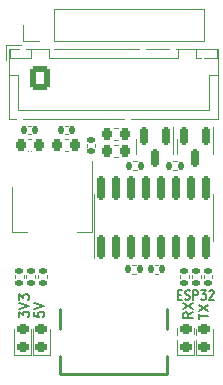
<source format=gbr>
%TF.GenerationSoftware,KiCad,Pcbnew,(6.0.0)*%
%TF.CreationDate,2022-08-06T00:01:37+02:00*%
%TF.ProjectId,bobby-flasher,626f6262-792d-4666-9c61-736865722e6b,rev?*%
%TF.SameCoordinates,Original*%
%TF.FileFunction,Legend,Top*%
%TF.FilePolarity,Positive*%
%FSLAX46Y46*%
G04 Gerber Fmt 4.6, Leading zero omitted, Abs format (unit mm)*
G04 Created by KiCad (PCBNEW (6.0.0)) date 2022-08-06 00:01:37*
%MOMM*%
%LPD*%
G01*
G04 APERTURE LIST*
G04 Aperture macros list*
%AMRoundRect*
0 Rectangle with rounded corners*
0 $1 Rounding radius*
0 $2 $3 $4 $5 $6 $7 $8 $9 X,Y pos of 4 corners*
0 Add a 4 corners polygon primitive as box body*
4,1,4,$2,$3,$4,$5,$6,$7,$8,$9,$2,$3,0*
0 Add four circle primitives for the rounded corners*
1,1,$1+$1,$2,$3*
1,1,$1+$1,$4,$5*
1,1,$1+$1,$6,$7*
1,1,$1+$1,$8,$9*
0 Add four rect primitives between the rounded corners*
20,1,$1+$1,$2,$3,$4,$5,0*
20,1,$1+$1,$4,$5,$6,$7,0*
20,1,$1+$1,$6,$7,$8,$9,0*
20,1,$1+$1,$8,$9,$2,$3,0*%
G04 Aperture macros list end*
%ADD10C,0.200000*%
%ADD11C,0.150000*%
%ADD12C,0.120000*%
%ADD13C,0.250000*%
%ADD14RoundRect,0.150000X-0.150000X0.587500X-0.150000X-0.587500X0.150000X-0.587500X0.150000X0.587500X0*%
%ADD15RoundRect,0.225000X0.225000X0.250000X-0.225000X0.250000X-0.225000X-0.250000X0.225000X-0.250000X0*%
%ADD16RoundRect,0.135000X-0.185000X0.135000X-0.185000X-0.135000X0.185000X-0.135000X0.185000X0.135000X0*%
%ADD17R,1.500000X2.000000*%
%ADD18R,3.800000X2.000000*%
%ADD19RoundRect,0.140000X-0.140000X-0.170000X0.140000X-0.170000X0.140000X0.170000X-0.140000X0.170000X0*%
%ADD20RoundRect,0.150000X0.150000X-0.825000X0.150000X0.825000X-0.150000X0.825000X-0.150000X-0.825000X0*%
%ADD21RoundRect,0.218750X0.256250X-0.218750X0.256250X0.218750X-0.256250X0.218750X-0.256250X-0.218750X0*%
%ADD22RoundRect,0.225000X-0.225000X-0.250000X0.225000X-0.250000X0.225000X0.250000X-0.225000X0.250000X0*%
%ADD23RoundRect,0.135000X0.135000X0.185000X-0.135000X0.185000X-0.135000X-0.185000X0.135000X-0.185000X0*%
%ADD24R,1.700000X1.700000*%
%ADD25O,1.700000X1.700000*%
%ADD26C,0.650000*%
%ADD27O,1.000000X2.100000*%
%ADD28O,1.000000X1.800000*%
%ADD29R,0.600000X1.150000*%
%ADD30R,0.300000X1.150000*%
%ADD31RoundRect,0.140000X-0.170000X0.140000X-0.170000X-0.140000X0.170000X-0.140000X0.170000X0.140000X0*%
%ADD32RoundRect,0.250000X-0.600000X-0.725000X0.600000X-0.725000X0.600000X0.725000X-0.600000X0.725000X0*%
%ADD33O,1.700000X1.950000*%
%ADD34RoundRect,0.140000X0.140000X0.170000X-0.140000X0.170000X-0.140000X-0.170000X0.140000X-0.170000X0*%
%ADD35RoundRect,0.135000X-0.135000X-0.185000X0.135000X-0.185000X0.135000X0.185000X-0.135000X0.185000X0*%
%ADD36C,0.500000*%
G04 APERTURE END LIST*
D10*
X-7982095Y-77655714D02*
X-7982095Y-77160476D01*
X-7677333Y-77427142D01*
X-7677333Y-77312857D01*
X-7639238Y-77236666D01*
X-7601142Y-77198571D01*
X-7524952Y-77160476D01*
X-7334476Y-77160476D01*
X-7258285Y-77198571D01*
X-7220190Y-77236666D01*
X-7182095Y-77312857D01*
X-7182095Y-77541428D01*
X-7220190Y-77617619D01*
X-7258285Y-77655714D01*
X-7982095Y-76931904D02*
X-7182095Y-76665238D01*
X-7982095Y-76398571D01*
X-7982095Y-76208095D02*
X-7982095Y-75712857D01*
X-7677333Y-75979523D01*
X-7677333Y-75865238D01*
X-7639238Y-75789047D01*
X-7601142Y-75750952D01*
X-7524952Y-75712857D01*
X-7334476Y-75712857D01*
X-7258285Y-75750952D01*
X-7220190Y-75789047D01*
X-7182095Y-75865238D01*
X-7182095Y-76093809D01*
X-7220190Y-76170000D01*
X-7258285Y-76208095D01*
X-6694095Y-77198571D02*
X-6694095Y-77579523D01*
X-6313142Y-77617619D01*
X-6351238Y-77579523D01*
X-6389333Y-77503333D01*
X-6389333Y-77312857D01*
X-6351238Y-77236666D01*
X-6313142Y-77198571D01*
X-6236952Y-77160476D01*
X-6046476Y-77160476D01*
X-5970285Y-77198571D01*
X-5932190Y-77236666D01*
X-5894095Y-77312857D01*
X-5894095Y-77503333D01*
X-5932190Y-77579523D01*
X-5970285Y-77617619D01*
X-6694095Y-76931904D02*
X-5894095Y-76665238D01*
X-6694095Y-76398571D01*
X6717904Y-77222380D02*
X6336952Y-77489047D01*
X6717904Y-77679523D02*
X5917904Y-77679523D01*
X5917904Y-77374761D01*
X5956000Y-77298571D01*
X5994095Y-77260476D01*
X6070285Y-77222380D01*
X6184571Y-77222380D01*
X6260761Y-77260476D01*
X6298857Y-77298571D01*
X6336952Y-77374761D01*
X6336952Y-77679523D01*
X5917904Y-76955714D02*
X6717904Y-76422380D01*
X5917904Y-76422380D02*
X6717904Y-76955714D01*
X7205904Y-77793809D02*
X7205904Y-77336666D01*
X8005904Y-77565238D02*
X7205904Y-77565238D01*
X7205904Y-77146190D02*
X8005904Y-76612857D01*
X7205904Y-76612857D02*
X8005904Y-77146190D01*
D11*
X5464166Y-75742857D02*
X5697500Y-75742857D01*
X5797500Y-76161904D02*
X5464166Y-76161904D01*
X5464166Y-75361904D01*
X5797500Y-75361904D01*
X6064166Y-76123809D02*
X6164166Y-76161904D01*
X6330833Y-76161904D01*
X6397500Y-76123809D01*
X6430833Y-76085714D01*
X6464166Y-76009523D01*
X6464166Y-75933333D01*
X6430833Y-75857142D01*
X6397500Y-75819047D01*
X6330833Y-75780952D01*
X6197500Y-75742857D01*
X6130833Y-75704761D01*
X6097500Y-75666666D01*
X6064166Y-75590476D01*
X6064166Y-75514285D01*
X6097500Y-75438095D01*
X6130833Y-75400000D01*
X6197500Y-75361904D01*
X6364166Y-75361904D01*
X6464166Y-75400000D01*
X6764166Y-76161904D02*
X6764166Y-75361904D01*
X7030833Y-75361904D01*
X7097500Y-75400000D01*
X7130833Y-75438095D01*
X7164166Y-75514285D01*
X7164166Y-75628571D01*
X7130833Y-75704761D01*
X7097500Y-75742857D01*
X7030833Y-75780952D01*
X6764166Y-75780952D01*
X7397500Y-75361904D02*
X7830833Y-75361904D01*
X7597500Y-75666666D01*
X7697500Y-75666666D01*
X7764166Y-75704761D01*
X7797500Y-75742857D01*
X7830833Y-75819047D01*
X7830833Y-76009523D01*
X7797500Y-76085714D01*
X7764166Y-76123809D01*
X7697500Y-76161904D01*
X7497500Y-76161904D01*
X7430833Y-76123809D01*
X7397500Y-76085714D01*
X8097500Y-75438095D02*
X8130833Y-75400000D01*
X8197500Y-75361904D01*
X8364166Y-75361904D01*
X8430833Y-75400000D01*
X8464166Y-75438095D01*
X8497500Y-75514285D01*
X8497500Y-75590476D01*
X8464166Y-75704761D01*
X8064166Y-76161904D01*
X8497500Y-76161904D01*
D12*
%TO.C,Q2*%
X5340000Y-63200000D02*
X5340000Y-63850000D01*
X5340000Y-63200000D02*
X5340000Y-62550000D01*
X8460000Y-63200000D02*
X8460000Y-63850000D01*
X8460000Y-63200000D02*
X8460000Y-61525000D01*
%TO.C,Q1*%
X1940000Y-63200000D02*
X1940000Y-63850000D01*
X1940000Y-63200000D02*
X1940000Y-62550000D01*
X5060000Y-63200000D02*
X5060000Y-63850000D01*
X5060000Y-63200000D02*
X5060000Y-61525000D01*
%TO.C,C8*%
X340580Y-62610000D02*
X59420Y-62610000D01*
X340580Y-61590000D02*
X59420Y-61590000D01*
%TO.C,R6*%
X-6620000Y-74046359D02*
X-6620000Y-74353641D01*
X-7380000Y-74046359D02*
X-7380000Y-74353641D01*
%TO.C,R2*%
X6620000Y-74046359D02*
X6620000Y-74353641D01*
X7380000Y-74046359D02*
X7380000Y-74353641D01*
%TO.C,U2*%
X-8610000Y-66650000D02*
X-8610000Y-70410000D01*
X-1790000Y-64400000D02*
X-1790000Y-70410000D01*
X-1790000Y-70410000D02*
X-3050000Y-70410000D01*
X-8610000Y-70410000D02*
X-7350000Y-70410000D01*
%TO.C,C3*%
X3542164Y-73240000D02*
X3757836Y-73240000D01*
X3542164Y-73960000D02*
X3757836Y-73960000D01*
%TO.C,U1*%
X8460000Y-69200000D02*
X8460000Y-71150000D01*
X8460000Y-69200000D02*
X8460000Y-67250000D01*
X-1660000Y-69200000D02*
X-1660000Y-67250000D01*
X-1660000Y-69200000D02*
X-1660000Y-72650000D01*
%TO.C,R8*%
X6380000Y-74046359D02*
X6380000Y-74353641D01*
X5620000Y-74046359D02*
X5620000Y-74353641D01*
%TO.C,D3*%
X5365000Y-78587500D02*
X5365000Y-80872500D01*
X6835000Y-80872500D02*
X6835000Y-78587500D01*
X5365000Y-80872500D02*
X6835000Y-80872500D01*
%TO.C,C2*%
X-7240580Y-62590000D02*
X-6959420Y-62590000D01*
X-7240580Y-63610000D02*
X-6959420Y-63610000D01*
%TO.C,R3*%
X1903641Y-73220000D02*
X1596359Y-73220000D01*
X1903641Y-73980000D02*
X1596359Y-73980000D01*
%TO.C,C1*%
X-7207836Y-62160000D02*
X-6992164Y-62160000D01*
X-7207836Y-61440000D02*
X-6992164Y-61440000D01*
%TO.C,C5*%
X-4140580Y-62590000D02*
X-3859420Y-62590000D01*
X-4140580Y-63610000D02*
X-3859420Y-63610000D01*
%TO.C,J2*%
X-6350000Y-54230000D02*
X-7680000Y-54230000D01*
X-7680000Y-54230000D02*
X-7680000Y-52900000D01*
X-5080000Y-51570000D02*
X7680000Y-51570000D01*
X7680000Y-54230000D02*
X7680000Y-51570000D01*
X-5080000Y-54230000D02*
X-5080000Y-51570000D01*
X-5080000Y-54230000D02*
X7680000Y-54230000D01*
%TO.C,D1*%
X-6835000Y-80885000D02*
X-5365000Y-80885000D01*
X-5365000Y-80885000D02*
X-5365000Y-78600000D01*
X-6835000Y-78600000D02*
X-6835000Y-80885000D01*
%TO.C,R9*%
X8380000Y-74046359D02*
X8380000Y-74353641D01*
X7620000Y-74046359D02*
X7620000Y-74353641D01*
D13*
%TO.C,USBC1*%
X-4570000Y-76950000D02*
X-4570000Y-78600000D01*
X-4570000Y-82480000D02*
X4570000Y-82480000D01*
X4570000Y-82480000D02*
X4570000Y-80950000D01*
X4570000Y-76950000D02*
X4570000Y-78600000D01*
X-4570000Y-80950000D02*
X-4570000Y-82480000D01*
D12*
%TO.C,R5*%
X5363641Y-65180000D02*
X5056359Y-65180000D01*
X5363641Y-64420000D02*
X5056359Y-64420000D01*
%TO.C,C4*%
X-1540000Y-62992164D02*
X-1540000Y-63207836D01*
X-2260000Y-62992164D02*
X-2260000Y-63207836D01*
%TO.C,D2*%
X-6965000Y-80885000D02*
X-6965000Y-78600000D01*
X-8435000Y-80885000D02*
X-6965000Y-80885000D01*
X-8435000Y-78600000D02*
X-8435000Y-80885000D01*
%TO.C,J3*%
X-5500000Y-54925000D02*
X-5500000Y-55675000D01*
X7000000Y-55675000D02*
X8800000Y-55675000D01*
X-8800000Y-54925000D02*
X-8800000Y-55675000D01*
X-7000000Y-55675000D02*
X-7000000Y-54925000D01*
X-7000000Y-54925000D02*
X-8800000Y-54925000D01*
X-8800000Y-55675000D02*
X-7000000Y-55675000D01*
X5500000Y-54925000D02*
X-5500000Y-54925000D01*
X8810000Y-54915000D02*
X-8810000Y-54915000D01*
X8800000Y-55675000D02*
X8800000Y-54925000D01*
X8810000Y-60885000D02*
X8810000Y-54915000D01*
X5500000Y-55675000D02*
X5500000Y-54925000D01*
X-8800000Y-57175000D02*
X-8050000Y-57175000D01*
X8800000Y-57175000D02*
X8050000Y-57175000D01*
X-8810000Y-54915000D02*
X-8810000Y-60885000D01*
X-9100000Y-54625000D02*
X-9100000Y-55875000D01*
X-8050000Y-60125000D02*
X0Y-60125000D01*
X8050000Y-57175000D02*
X8050000Y-60125000D01*
X8800000Y-54925000D02*
X7000000Y-54925000D01*
X7000000Y-54925000D02*
X7000000Y-55675000D01*
X-5500000Y-55675000D02*
X5500000Y-55675000D01*
X8050000Y-60125000D02*
X0Y-60125000D01*
X-8050000Y-57175000D02*
X-8050000Y-60125000D01*
X-8810000Y-60885000D02*
X8810000Y-60885000D01*
X-7850000Y-54625000D02*
X-9100000Y-54625000D01*
%TO.C,C7*%
X59420Y-63090000D02*
X340580Y-63090000D01*
X59420Y-64110000D02*
X340580Y-64110000D01*
%TO.C,C6*%
X-3892164Y-62160000D02*
X-4107836Y-62160000D01*
X-3892164Y-61440000D02*
X-4107836Y-61440000D01*
%TO.C,R4*%
X1646359Y-64420000D02*
X1953641Y-64420000D01*
X1646359Y-65180000D02*
X1953641Y-65180000D01*
%TO.C,D4*%
X6965000Y-80885000D02*
X8435000Y-80885000D01*
X8435000Y-80885000D02*
X8435000Y-78600000D01*
X6965000Y-78600000D02*
X6965000Y-80885000D01*
%TO.C,R7*%
X-7620000Y-74046359D02*
X-7620000Y-74353641D01*
X-8380000Y-74046359D02*
X-8380000Y-74353641D01*
%TO.C,R1*%
X-5620000Y-74046359D02*
X-5620000Y-74353641D01*
X-6380000Y-74046359D02*
X-6380000Y-74353641D01*
%TD*%
%LPC*%
D14*
%TO.C,Q2*%
X7850000Y-62262500D03*
X5950000Y-62262500D03*
X6900000Y-64137500D03*
%TD*%
%TO.C,Q1*%
X4450000Y-62262500D03*
X2550000Y-62262500D03*
X3500000Y-64137500D03*
%TD*%
D15*
%TO.C,C8*%
X975000Y-62100000D03*
X-575000Y-62100000D03*
%TD*%
D16*
%TO.C,R6*%
X-7000000Y-73690000D03*
X-7000000Y-74710000D03*
%TD*%
%TO.C,R2*%
X7000000Y-73690000D03*
X7000000Y-74710000D03*
%TD*%
D17*
%TO.C,U2*%
X-2900000Y-65350000D03*
X-5200000Y-65350000D03*
D18*
X-5200000Y-71650000D03*
D17*
X-7500000Y-65350000D03*
%TD*%
D19*
%TO.C,C3*%
X3170000Y-73600000D03*
X4130000Y-73600000D03*
%TD*%
D20*
%TO.C,U1*%
X-1045000Y-71675000D03*
X225000Y-71675000D03*
X1495000Y-71675000D03*
X2765000Y-71675000D03*
X4035000Y-71675000D03*
X5305000Y-71675000D03*
X6575000Y-71675000D03*
X7845000Y-71675000D03*
X7845000Y-66725000D03*
X6575000Y-66725000D03*
X5305000Y-66725000D03*
X4035000Y-66725000D03*
X2765000Y-66725000D03*
X1495000Y-66725000D03*
X225000Y-66725000D03*
X-1045000Y-66725000D03*
%TD*%
D16*
%TO.C,R8*%
X6000000Y-73690000D03*
X6000000Y-74710000D03*
%TD*%
D21*
%TO.C,D3*%
X6100000Y-80175000D03*
X6100000Y-78600000D03*
%TD*%
D22*
%TO.C,C2*%
X-7875000Y-63100000D03*
X-6325000Y-63100000D03*
%TD*%
D23*
%TO.C,R3*%
X2260000Y-73600000D03*
X1240000Y-73600000D03*
%TD*%
D19*
%TO.C,C1*%
X-7580000Y-61800000D03*
X-6620000Y-61800000D03*
%TD*%
D22*
%TO.C,C5*%
X-4775000Y-63100000D03*
X-3225000Y-63100000D03*
%TD*%
D24*
%TO.C,J2*%
X-6350000Y-52900000D03*
D25*
X-3810000Y-52900000D03*
X-1270000Y-52900000D03*
X1270000Y-52900000D03*
X3810000Y-52900000D03*
X6350000Y-52900000D03*
%TD*%
D21*
%TO.C,D1*%
X-6100000Y-80187500D03*
X-6100000Y-78612500D03*
%TD*%
D16*
%TO.C,R9*%
X8000000Y-73690000D03*
X8000000Y-74710000D03*
%TD*%
D26*
%TO.C,USBC1*%
X-2890000Y-76090000D03*
X2890000Y-76090000D03*
D27*
X-4320000Y-75590000D03*
D28*
X-4320000Y-79770000D03*
X4320000Y-79770000D03*
D27*
X4320000Y-75590000D03*
D29*
X-3200000Y-75030000D03*
X-2400000Y-75030000D03*
D30*
X-1250000Y-75030000D03*
X-250000Y-75030000D03*
X250000Y-75030000D03*
X1250000Y-75030000D03*
D29*
X3200000Y-75030000D03*
X2400000Y-75030000D03*
D30*
X1750000Y-75030000D03*
X750000Y-75030000D03*
X-750000Y-75030000D03*
X-1750000Y-75030000D03*
%TD*%
D23*
%TO.C,R5*%
X5720000Y-64800000D03*
X4700000Y-64800000D03*
%TD*%
D31*
%TO.C,C4*%
X-1900000Y-62620000D03*
X-1900000Y-63580000D03*
%TD*%
D21*
%TO.C,D2*%
X-7700000Y-80187500D03*
X-7700000Y-78612500D03*
%TD*%
D32*
%TO.C,J3*%
X-6250000Y-57375000D03*
D33*
X-3750000Y-57375000D03*
X-1250000Y-57375000D03*
X1250000Y-57375000D03*
X3750000Y-57375000D03*
X6250000Y-57375000D03*
%TD*%
D22*
%TO.C,C7*%
X975000Y-63600000D03*
X-575000Y-63600000D03*
%TD*%
D34*
%TO.C,C6*%
X-3520000Y-61800000D03*
X-4480000Y-61800000D03*
%TD*%
D35*
%TO.C,R4*%
X1290000Y-64800000D03*
X2310000Y-64800000D03*
%TD*%
D21*
%TO.C,D4*%
X7700000Y-80187500D03*
X7700000Y-78612500D03*
%TD*%
D16*
%TO.C,R7*%
X-8000000Y-73690000D03*
X-8000000Y-74710000D03*
%TD*%
%TO.C,R1*%
X-6000000Y-73690000D03*
X-6000000Y-74710000D03*
%TD*%
D36*
X4100000Y-68300000D03*
X3400000Y-65400000D03*
X6900000Y-62900000D03*
X4700000Y-63900000D03*
X4400000Y-60600000D03*
X-1574579Y-61574579D03*
X1250000Y-60850000D03*
X-6100000Y-67050000D03*
X2500000Y-54900000D03*
X-5550000Y-61900000D03*
X-7800000Y-67050000D03*
X-2500000Y-61900000D03*
X-6000000Y-76000000D03*
X-4300000Y-67950000D03*
X0Y-54700000D03*
X-2250000Y-78000000D03*
X7450000Y-59500000D03*
X2050000Y-78500000D03*
X-2450000Y-71700000D03*
X-7850000Y-69550000D03*
X-3225000Y-63975000D03*
X-5250000Y-54850000D03*
X-6700000Y-59500000D03*
X-3000000Y-66950000D03*
X7550000Y-55550000D03*
X-300000Y-60550000D03*
X-6100000Y-69600000D03*
X-2100000Y-59050000D03*
X-2200000Y-66850000D03*
X-4850000Y-59150000D03*
X5050000Y-54950000D03*
X-7900000Y-60950000D03*
X-7650000Y-54900000D03*
X-2350000Y-54700000D03*
X1450000Y-76500000D03*
X-6800000Y-73100000D03*
X6600000Y-70200000D03*
X-400000Y-65500000D03*
X-7087500Y-63862500D03*
X-2400000Y-74050000D03*
X7250000Y-68900000D03*
X-4950000Y-69600000D03*
X400000Y-64400000D03*
X-4000000Y-63950000D03*
X5300000Y-79400000D03*
X-4050000Y-66750000D03*
X7000000Y-73150000D03*
X6900000Y-79400000D03*
X5500000Y-70100000D03*
X2150000Y-59650000D03*
X2550000Y-63600000D03*
X6575000Y-65325000D03*
X6200000Y-68950000D03*
M02*

</source>
